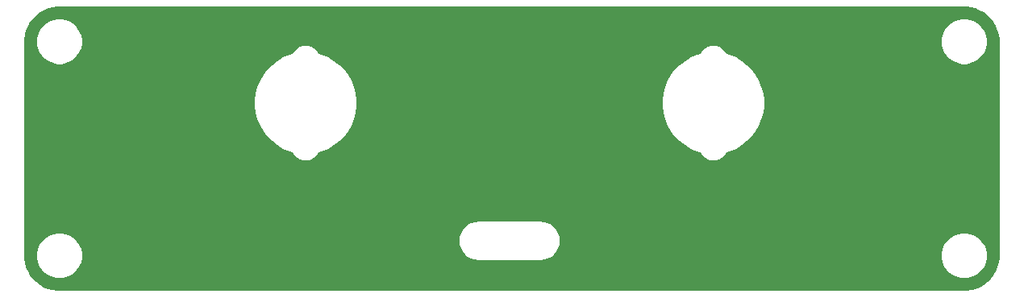
<source format=gbl>
G04*
G04 #@! TF.GenerationSoftware,Altium Limited,Altium Designer,22.4.2 (48)*
G04*
G04 Layer_Physical_Order=2*
G04 Layer_Color=16711680*
%FSLAX25Y25*%
%MOIN*%
G70*
G04*
G04 #@! TF.SameCoordinates,D0525307-FA06-41FD-84B0-9E93535F59E6*
G04*
G04*
G04 #@! TF.FilePolarity,Positive*
G04*
G01*
G75*
G36*
X390754Y118875D02*
X392639Y118626D01*
X394476Y118134D01*
X396232Y117407D01*
X397879Y116456D01*
X399387Y115298D01*
X400732Y113954D01*
X401889Y112446D01*
X402840Y110799D01*
X403567Y109042D01*
X404059Y107206D01*
X404308Y105321D01*
X404308Y104370D01*
D01*
X404308Y15709D01*
X404308Y14758D01*
X404059Y12873D01*
X403567Y11036D01*
X402840Y9280D01*
X401889Y7633D01*
X400732Y6125D01*
X399387Y4780D01*
X397879Y3623D01*
X396232Y2672D01*
X394476Y1945D01*
X392639Y1452D01*
X390754Y1204D01*
X389803Y1204D01*
D01*
X389803D01*
X15709D01*
X15709D01*
D01*
X14758Y1204D01*
X12873Y1452D01*
X11036Y1945D01*
X9280Y2672D01*
X7633Y3623D01*
X6125Y4780D01*
X4780Y6125D01*
X3623Y7633D01*
X2672Y9280D01*
X1945Y11036D01*
X1452Y12873D01*
X1204Y14758D01*
Y15709D01*
X1204Y104370D01*
D01*
Y104370D01*
X1204Y105321D01*
X1452Y107206D01*
X1945Y109042D01*
X2672Y110799D01*
X3623Y112446D01*
X4780Y113954D01*
X6125Y115299D01*
X7633Y116456D01*
X9280Y117407D01*
X11036Y118134D01*
X12873Y118626D01*
X14758Y118875D01*
X15709Y118875D01*
D01*
X15709D01*
X389803Y118875D01*
X390754Y118875D01*
D02*
G37*
%LPC*%
G36*
X390675Y113581D02*
X388853D01*
X387066Y113225D01*
X385382Y112528D01*
X383867Y111516D01*
X382579Y110227D01*
X381567Y108712D01*
X380869Y107029D01*
X380514Y105242D01*
Y103420D01*
X380869Y101633D01*
X381567Y99949D01*
X382579Y98434D01*
X383867Y97146D01*
X385382Y96134D01*
X387066Y95436D01*
X388853Y95081D01*
X390675D01*
X392462Y95436D01*
X394145Y96134D01*
X395660Y97146D01*
X396949Y98434D01*
X397961Y99949D01*
X398658Y101633D01*
X399014Y103420D01*
Y105242D01*
X398658Y107029D01*
X397961Y108712D01*
X396949Y110227D01*
X395660Y111516D01*
X394145Y112528D01*
X392462Y113225D01*
X390675Y113581D01*
D02*
G37*
G36*
X16659D02*
X14837D01*
X13050Y113225D01*
X11366Y112528D01*
X9851Y111516D01*
X8563Y110227D01*
X7551Y108712D01*
X6854Y107029D01*
X6498Y105242D01*
Y103420D01*
X6854Y101633D01*
X7551Y99949D01*
X8563Y98434D01*
X9851Y97146D01*
X11366Y96134D01*
X13050Y95436D01*
X14837Y95081D01*
X16659D01*
X18446Y95436D01*
X20130Y96134D01*
X21645Y97146D01*
X22933Y98434D01*
X23945Y99949D01*
X24643Y101633D01*
X24998Y103420D01*
Y105242D01*
X24643Y107029D01*
X23945Y108712D01*
X22933Y110227D01*
X21645Y111516D01*
X20130Y112528D01*
X18446Y113225D01*
X16659Y113581D01*
D02*
G37*
G36*
X286024Y102584D02*
X284863Y102469D01*
X283747Y102131D01*
X282718Y101581D01*
X281816Y100841D01*
X281077Y99939D01*
X280685Y99207D01*
X279265Y98827D01*
X276724Y97774D01*
X274343Y96399D01*
X272161Y94725D01*
X270216Y92780D01*
X268542Y90598D01*
X267167Y88217D01*
X266114Y85676D01*
X265402Y83019D01*
X265043Y80292D01*
Y77542D01*
X265402Y74815D01*
X266114Y72159D01*
X267167Y69618D01*
X268542Y67236D01*
X270216Y65054D01*
X272161Y63110D01*
X274343Y61435D01*
X276724Y60060D01*
X279265Y59008D01*
X280685Y58627D01*
X281077Y57895D01*
X281816Y56994D01*
X282718Y56254D01*
X283747Y55704D01*
X284863Y55365D01*
X286024Y55251D01*
X287184Y55365D01*
X288301Y55704D01*
X289329Y56254D01*
X290231Y56994D01*
X290971Y57895D01*
X291362Y58627D01*
X292782Y59008D01*
X295323Y60060D01*
X297705Y61435D01*
X299887Y63110D01*
X301831Y65054D01*
X303505Y67236D01*
X304881Y69618D01*
X305933Y72159D01*
X306645Y74815D01*
X307004Y77542D01*
Y80292D01*
X306645Y83019D01*
X305933Y85676D01*
X304881Y88217D01*
X303505Y90598D01*
X301831Y92780D01*
X299887Y94725D01*
X297705Y96399D01*
X295323Y97774D01*
X292782Y98827D01*
X291362Y99207D01*
X290971Y99939D01*
X290231Y100841D01*
X289329Y101581D01*
X288301Y102131D01*
X287184Y102469D01*
X286024Y102584D01*
D02*
G37*
G36*
X117520D02*
X116359Y102469D01*
X115243Y102131D01*
X114214Y101581D01*
X113312Y100841D01*
X112573Y99939D01*
X112181Y99207D01*
X110761Y98827D01*
X108220Y97774D01*
X105839Y96399D01*
X103657Y94725D01*
X101712Y92780D01*
X100038Y90598D01*
X98663Y88217D01*
X97610Y85676D01*
X96898Y83019D01*
X96539Y80292D01*
Y77542D01*
X96898Y74815D01*
X97610Y72159D01*
X98663Y69618D01*
X100038Y67236D01*
X101712Y65054D01*
X103657Y63110D01*
X105839Y61435D01*
X108220Y60060D01*
X110761Y59008D01*
X112181Y58627D01*
X112573Y57895D01*
X113312Y56994D01*
X114214Y56254D01*
X115243Y55704D01*
X116359Y55365D01*
X117520Y55251D01*
X118681Y55365D01*
X119797Y55704D01*
X120825Y56254D01*
X121727Y56994D01*
X122467Y57895D01*
X122858Y58627D01*
X124278Y59008D01*
X126819Y60060D01*
X129201Y61435D01*
X131383Y63110D01*
X133327Y65054D01*
X135002Y67236D01*
X136377Y69618D01*
X137429Y72159D01*
X138141Y74815D01*
X138500Y77542D01*
Y80292D01*
X138141Y83019D01*
X137429Y85676D01*
X136377Y88217D01*
X135002Y90598D01*
X133327Y92780D01*
X131383Y94725D01*
X129201Y96399D01*
X126819Y97774D01*
X124278Y98827D01*
X122858Y99207D01*
X122467Y99939D01*
X121727Y100841D01*
X120825Y101581D01*
X119797Y102131D01*
X118681Y102469D01*
X117520Y102584D01*
D02*
G37*
G36*
X214567Y29877D02*
X188976D01*
X187430Y29724D01*
X185942Y29273D01*
X184572Y28541D01*
X183370Y27555D01*
X182385Y26353D01*
X181652Y24983D01*
X181201Y23495D01*
X181048Y21949D01*
X181201Y20402D01*
X181652Y18915D01*
X182385Y17544D01*
X183370Y16343D01*
X184572Y15357D01*
X185942Y14624D01*
X187430Y14173D01*
X188976Y14021D01*
X214567D01*
X216114Y14173D01*
X217601Y14624D01*
X218971Y15357D01*
X220173Y16343D01*
X221159Y17544D01*
X221891Y18915D01*
X222342Y20402D01*
X222495Y21949D01*
X222342Y23495D01*
X221891Y24983D01*
X221159Y26353D01*
X220173Y27555D01*
X218971Y28541D01*
X217601Y29273D01*
X216114Y29724D01*
X214567Y29877D01*
D02*
G37*
G36*
X390675Y24998D02*
X388853D01*
X387066Y24643D01*
X385382Y23945D01*
X383867Y22933D01*
X382579Y21645D01*
X381567Y20130D01*
X380869Y18446D01*
X380514Y16659D01*
Y14837D01*
X380869Y13050D01*
X381567Y11366D01*
X382579Y9851D01*
X383867Y8563D01*
X385382Y7551D01*
X387066Y6854D01*
X388853Y6498D01*
X390675D01*
X392462Y6854D01*
X394145Y7551D01*
X395660Y8563D01*
X396949Y9851D01*
X397961Y11366D01*
X398658Y13050D01*
X399014Y14837D01*
Y16659D01*
X398658Y18446D01*
X397961Y20130D01*
X396949Y21645D01*
X395660Y22933D01*
X394145Y23945D01*
X392462Y24643D01*
X390675Y24998D01*
D02*
G37*
G36*
X16659D02*
X14837D01*
X13050Y24643D01*
X11366Y23945D01*
X9851Y22933D01*
X8563Y21645D01*
X7551Y20130D01*
X6854Y18446D01*
X6498Y16659D01*
Y14837D01*
X6854Y13050D01*
X7551Y11366D01*
X8563Y9851D01*
X9851Y8563D01*
X11366Y7551D01*
X13050Y6854D01*
X14837Y6498D01*
X16659D01*
X18446Y6854D01*
X20130Y7551D01*
X21645Y8563D01*
X22933Y9851D01*
X23945Y11366D01*
X24643Y13050D01*
X24998Y14837D01*
Y16659D01*
X24643Y18446D01*
X23945Y20130D01*
X22933Y21645D01*
X21645Y22933D01*
X20130Y23945D01*
X18446Y24643D01*
X16659Y24998D01*
D02*
G37*
%LPD*%
M02*

</source>
